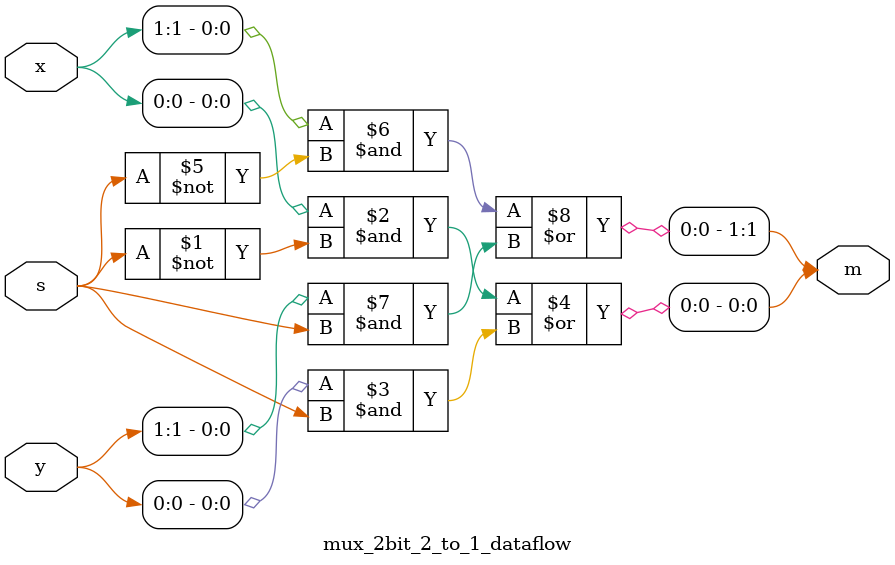
<source format=v>

`timescale 1ns / 1ps

module mux_2bit_2_to_1_dataflow(input [1:0] x,input [1:0] y,input s,output [1:0] m);
    assign m[0] = (x[0] & ~s) | (y[0] & s);
    assign m[1] = (x[1] & ~s) | (y[1] & s);
endmodule
</source>
